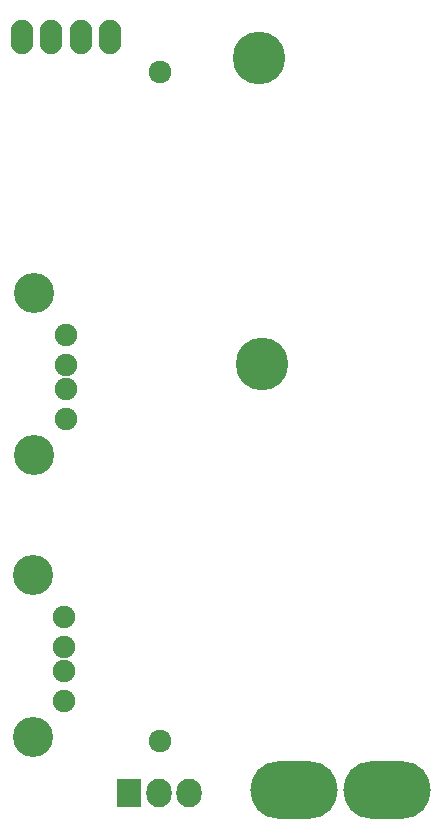
<source format=gbr>
G04 #@! TF.FileFunction,Soldermask,Bot*
%FSLAX46Y46*%
G04 Gerber Fmt 4.6, Leading zero omitted, Abs format (unit mm)*
G04 Created by KiCad (PCBNEW 4.0.1-3.201512221401+6198~38~ubuntu15.10.1-stable) date Fri 14 Oct 2016 06:40:47 AM PDT*
%MOMM*%
G01*
G04 APERTURE LIST*
%ADD10C,0.100000*%
%ADD11C,4.464000*%
%ADD12R,2.127200X2.432000*%
%ADD13O,2.127200X2.432000*%
%ADD14C,1.901140*%
%ADD15C,3.399740*%
%ADD16C,1.924000*%
%ADD17O,7.400000X4.900000*%
%ADD18O,1.901140X2.899360*%
G04 APERTURE END LIST*
D10*
D11*
X189375000Y-116935000D03*
D12*
X178135000Y-153240000D03*
D13*
X180675000Y-153240000D03*
X183215000Y-153240000D03*
D14*
X172682000Y-145462000D03*
X172682000Y-142922000D03*
X172682000Y-140890000D03*
X172682000Y-138350000D03*
D15*
X170015000Y-148510000D03*
X170015000Y-134794000D03*
D14*
X172792000Y-121592000D03*
X172792000Y-119052000D03*
X172792000Y-117020000D03*
X172792000Y-114480000D03*
D15*
X170125000Y-124640000D03*
X170125000Y-110924000D03*
D16*
X180765000Y-92180000D03*
X180765000Y-148880000D03*
D17*
X200000000Y-152995000D03*
X192100000Y-152995000D03*
D18*
X171575000Y-89235000D03*
X169075000Y-89235000D03*
X174075000Y-89235000D03*
X176575000Y-89235000D03*
D11*
X189155000Y-90975000D03*
M02*

</source>
